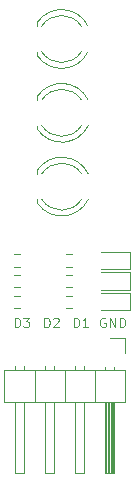
<source format=gbr>
%TF.GenerationSoftware,KiCad,Pcbnew,7.0.9*%
%TF.CreationDate,2024-01-22T13:50:01+01:00*%
%TF.ProjectId,traffic_light_module,74726166-6669-4635-9f6c-696768745f6d,rev?*%
%TF.SameCoordinates,Original*%
%TF.FileFunction,Legend,Top*%
%TF.FilePolarity,Positive*%
%FSLAX46Y46*%
G04 Gerber Fmt 4.6, Leading zero omitted, Abs format (unit mm)*
G04 Created by KiCad (PCBNEW 7.0.9) date 2024-01-22 13:50:01*
%MOMM*%
%LPD*%
G01*
G04 APERTURE LIST*
%ADD10C,0.100000*%
%ADD11C,0.120000*%
G04 APERTURE END LIST*
D10*
X162425312Y-91634990D02*
X162349122Y-91596895D01*
X162349122Y-91596895D02*
X162234836Y-91596895D01*
X162234836Y-91596895D02*
X162120550Y-91634990D01*
X162120550Y-91634990D02*
X162044360Y-91711180D01*
X162044360Y-91711180D02*
X162006265Y-91787371D01*
X162006265Y-91787371D02*
X161968169Y-91939752D01*
X161968169Y-91939752D02*
X161968169Y-92054038D01*
X161968169Y-92054038D02*
X162006265Y-92206419D01*
X162006265Y-92206419D02*
X162044360Y-92282609D01*
X162044360Y-92282609D02*
X162120550Y-92358800D01*
X162120550Y-92358800D02*
X162234836Y-92396895D01*
X162234836Y-92396895D02*
X162311027Y-92396895D01*
X162311027Y-92396895D02*
X162425312Y-92358800D01*
X162425312Y-92358800D02*
X162463408Y-92320704D01*
X162463408Y-92320704D02*
X162463408Y-92054038D01*
X162463408Y-92054038D02*
X162311027Y-92054038D01*
X162806265Y-92396895D02*
X162806265Y-91596895D01*
X162806265Y-91596895D02*
X163263408Y-92396895D01*
X163263408Y-92396895D02*
X163263408Y-91596895D01*
X163644360Y-92396895D02*
X163644360Y-91596895D01*
X163644360Y-91596895D02*
X163834836Y-91596895D01*
X163834836Y-91596895D02*
X163949122Y-91634990D01*
X163949122Y-91634990D02*
X164025312Y-91711180D01*
X164025312Y-91711180D02*
X164063407Y-91787371D01*
X164063407Y-91787371D02*
X164101503Y-91939752D01*
X164101503Y-91939752D02*
X164101503Y-92054038D01*
X164101503Y-92054038D02*
X164063407Y-92206419D01*
X164063407Y-92206419D02*
X164025312Y-92282609D01*
X164025312Y-92282609D02*
X163949122Y-92358800D01*
X163949122Y-92358800D02*
X163834836Y-92396895D01*
X163834836Y-92396895D02*
X163644360Y-92396895D01*
X157256265Y-92396895D02*
X157256265Y-91596895D01*
X157256265Y-91596895D02*
X157446741Y-91596895D01*
X157446741Y-91596895D02*
X157561027Y-91634990D01*
X157561027Y-91634990D02*
X157637217Y-91711180D01*
X157637217Y-91711180D02*
X157675312Y-91787371D01*
X157675312Y-91787371D02*
X157713408Y-91939752D01*
X157713408Y-91939752D02*
X157713408Y-92054038D01*
X157713408Y-92054038D02*
X157675312Y-92206419D01*
X157675312Y-92206419D02*
X157637217Y-92282609D01*
X157637217Y-92282609D02*
X157561027Y-92358800D01*
X157561027Y-92358800D02*
X157446741Y-92396895D01*
X157446741Y-92396895D02*
X157256265Y-92396895D01*
X158018169Y-91673085D02*
X158056265Y-91634990D01*
X158056265Y-91634990D02*
X158132455Y-91596895D01*
X158132455Y-91596895D02*
X158322931Y-91596895D01*
X158322931Y-91596895D02*
X158399122Y-91634990D01*
X158399122Y-91634990D02*
X158437217Y-91673085D01*
X158437217Y-91673085D02*
X158475312Y-91749276D01*
X158475312Y-91749276D02*
X158475312Y-91825466D01*
X158475312Y-91825466D02*
X158437217Y-91939752D01*
X158437217Y-91939752D02*
X157980074Y-92396895D01*
X157980074Y-92396895D02*
X158475312Y-92396895D01*
X154756265Y-92396895D02*
X154756265Y-91596895D01*
X154756265Y-91596895D02*
X154946741Y-91596895D01*
X154946741Y-91596895D02*
X155061027Y-91634990D01*
X155061027Y-91634990D02*
X155137217Y-91711180D01*
X155137217Y-91711180D02*
X155175312Y-91787371D01*
X155175312Y-91787371D02*
X155213408Y-91939752D01*
X155213408Y-91939752D02*
X155213408Y-92054038D01*
X155213408Y-92054038D02*
X155175312Y-92206419D01*
X155175312Y-92206419D02*
X155137217Y-92282609D01*
X155137217Y-92282609D02*
X155061027Y-92358800D01*
X155061027Y-92358800D02*
X154946741Y-92396895D01*
X154946741Y-92396895D02*
X154756265Y-92396895D01*
X155480074Y-91596895D02*
X155975312Y-91596895D01*
X155975312Y-91596895D02*
X155708646Y-91901657D01*
X155708646Y-91901657D02*
X155822931Y-91901657D01*
X155822931Y-91901657D02*
X155899122Y-91939752D01*
X155899122Y-91939752D02*
X155937217Y-91977847D01*
X155937217Y-91977847D02*
X155975312Y-92054038D01*
X155975312Y-92054038D02*
X155975312Y-92244514D01*
X155975312Y-92244514D02*
X155937217Y-92320704D01*
X155937217Y-92320704D02*
X155899122Y-92358800D01*
X155899122Y-92358800D02*
X155822931Y-92396895D01*
X155822931Y-92396895D02*
X155594360Y-92396895D01*
X155594360Y-92396895D02*
X155518169Y-92358800D01*
X155518169Y-92358800D02*
X155480074Y-92320704D01*
X159756265Y-92396895D02*
X159756265Y-91596895D01*
X159756265Y-91596895D02*
X159946741Y-91596895D01*
X159946741Y-91596895D02*
X160061027Y-91634990D01*
X160061027Y-91634990D02*
X160137217Y-91711180D01*
X160137217Y-91711180D02*
X160175312Y-91787371D01*
X160175312Y-91787371D02*
X160213408Y-91939752D01*
X160213408Y-91939752D02*
X160213408Y-92054038D01*
X160213408Y-92054038D02*
X160175312Y-92206419D01*
X160175312Y-92206419D02*
X160137217Y-92282609D01*
X160137217Y-92282609D02*
X160061027Y-92358800D01*
X160061027Y-92358800D02*
X159946741Y-92396895D01*
X159946741Y-92396895D02*
X159756265Y-92396895D01*
X160975312Y-92396895D02*
X160518169Y-92396895D01*
X160746741Y-92396895D02*
X160746741Y-91596895D01*
X160746741Y-91596895D02*
X160670550Y-91711180D01*
X160670550Y-91711180D02*
X160594360Y-91787371D01*
X160594360Y-91787371D02*
X160518169Y-91825466D01*
D11*
%TO.C,D1*%
X156670000Y-66601000D02*
X156670000Y-66920000D01*
X156670000Y-69080000D02*
X156670000Y-69399000D01*
X160973241Y-66919276D02*
G75*
G03*
X156670001Y-66601251I-2243241J-1080724D01*
G01*
X160412712Y-66919040D02*
G75*
G03*
X157046671Y-66920001I-1682712J-1080960D01*
G01*
X157046671Y-69079999D02*
G75*
G03*
X160412712Y-69080960I1683329J1079999D01*
G01*
X156670001Y-69398749D02*
G75*
G03*
X160973241Y-69080724I2059999J1398749D01*
G01*
%TO.C,R2*%
X154745276Y-87977500D02*
X155254724Y-87977500D01*
X154745276Y-89022500D02*
X155254724Y-89022500D01*
%TO.C,D5*%
X164535000Y-90985000D02*
X164535000Y-89515000D01*
X164535000Y-89515000D02*
X162075000Y-89515000D01*
X162075000Y-90985000D02*
X164535000Y-90985000D01*
%TO.C,D4*%
X164535000Y-89235000D02*
X164535000Y-87765000D01*
X164535000Y-87765000D02*
X162075000Y-87765000D01*
X162075000Y-89235000D02*
X164535000Y-89235000D01*
%TO.C,D6*%
X164535000Y-87485000D02*
X164535000Y-86015000D01*
X164535000Y-86015000D02*
X162075000Y-86015000D01*
X162075000Y-87485000D02*
X164535000Y-87485000D01*
%TO.C,D2*%
X156685000Y-72851000D02*
X156685000Y-73170000D01*
X156685000Y-75330000D02*
X156685000Y-75649000D01*
X160988241Y-73169276D02*
G75*
G03*
X156685001Y-72851251I-2243241J-1080724D01*
G01*
X160427712Y-73169040D02*
G75*
G03*
X157061671Y-73170001I-1682712J-1080960D01*
G01*
X157061671Y-75329999D02*
G75*
G03*
X160427712Y-75330960I1683329J1079999D01*
G01*
X156685001Y-75648749D02*
G75*
G03*
X160988241Y-75330724I2059999J1398749D01*
G01*
%TO.C,J1*%
X164070000Y-93355000D02*
X164070000Y-94625000D01*
X162800000Y-93355000D02*
X164070000Y-93355000D01*
X160640000Y-95667929D02*
X160640000Y-96065000D01*
X159880000Y-95667929D02*
X159880000Y-96065000D01*
X158100000Y-95667929D02*
X158100000Y-96065000D01*
X157340000Y-95667929D02*
X157340000Y-96065000D01*
X155560000Y-95667929D02*
X155560000Y-96065000D01*
X154800000Y-95667929D02*
X154800000Y-96065000D01*
X163180000Y-95735000D02*
X163180000Y-96065000D01*
X162420000Y-95735000D02*
X162420000Y-96065000D01*
X164130000Y-96065000D02*
X153850000Y-96065000D01*
X161530000Y-96065000D02*
X161530000Y-98725000D01*
X158990000Y-96065000D02*
X158990000Y-98725000D01*
X156450000Y-96065000D02*
X156450000Y-98725000D01*
X153850000Y-96065000D02*
X153850000Y-98725000D01*
X164130000Y-98725000D02*
X164130000Y-96065000D01*
X163180000Y-98725000D02*
X163180000Y-104725000D01*
X163120000Y-98725000D02*
X163120000Y-104725000D01*
X163000000Y-98725000D02*
X163000000Y-104725000D01*
X162880000Y-98725000D02*
X162880000Y-104725000D01*
X162760000Y-98725000D02*
X162760000Y-104725000D01*
X162640000Y-98725000D02*
X162640000Y-104725000D01*
X162520000Y-98725000D02*
X162520000Y-104725000D01*
X160640000Y-98725000D02*
X160640000Y-104725000D01*
X158100000Y-98725000D02*
X158100000Y-104725000D01*
X155560000Y-98725000D02*
X155560000Y-104725000D01*
X153850000Y-98725000D02*
X164130000Y-98725000D01*
X163180000Y-104725000D02*
X162420000Y-104725000D01*
X162420000Y-104725000D02*
X162420000Y-98725000D01*
X160640000Y-104725000D02*
X159880000Y-104725000D01*
X159880000Y-104725000D02*
X159880000Y-98725000D01*
X158100000Y-104725000D02*
X157340000Y-104725000D01*
X157340000Y-104725000D02*
X157340000Y-98725000D01*
X155560000Y-104725000D02*
X154800000Y-104725000D01*
X154800000Y-104725000D02*
X154800000Y-98725000D01*
%TO.C,R4*%
X159629724Y-89022500D02*
X159120276Y-89022500D01*
X159629724Y-87977500D02*
X159120276Y-87977500D01*
%TO.C,R6*%
X159629724Y-87272500D02*
X159120276Y-87272500D01*
X159629724Y-86227500D02*
X159120276Y-86227500D01*
%TO.C,R5*%
X159629724Y-90772500D02*
X159120276Y-90772500D01*
X159629724Y-89727500D02*
X159120276Y-89727500D01*
%TO.C,D3*%
X156685000Y-79101000D02*
X156685000Y-79420000D01*
X156685000Y-81580000D02*
X156685000Y-81899000D01*
X160988241Y-79419276D02*
G75*
G03*
X156685001Y-79101251I-2243241J-1080724D01*
G01*
X160427712Y-79419040D02*
G75*
G03*
X157061671Y-79420001I-1682712J-1080960D01*
G01*
X157061671Y-81579999D02*
G75*
G03*
X160427712Y-81580960I1683329J1079999D01*
G01*
X156685001Y-81898749D02*
G75*
G03*
X160988241Y-81580724I2059999J1398749D01*
G01*
%TO.C,R1*%
X154745276Y-86227500D02*
X155254724Y-86227500D01*
X154745276Y-87272500D02*
X155254724Y-87272500D01*
%TO.C,R3*%
X154745276Y-89747500D02*
X155254724Y-89747500D01*
X154745276Y-90792500D02*
X155254724Y-90792500D01*
%TD*%
M02*

</source>
